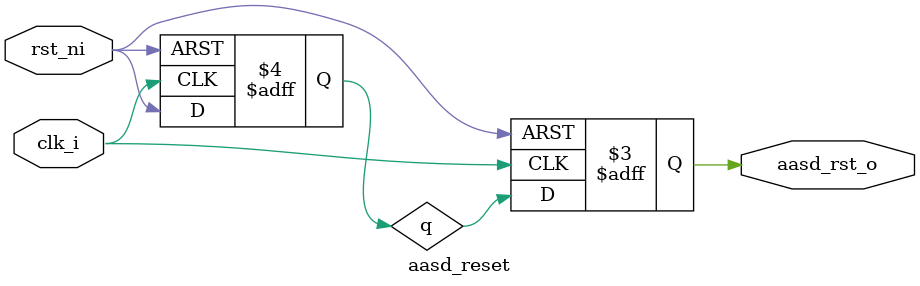
<source format=v>
`timescale 1ns/100ps

module aasd_reset (
    input           rst_ni,
    input           clk_i,
    output reg      aasd_rst_o
);
    reg q;
    always @ (posedge clk_i or negedge rst_ni) begin
        if (!rst_ni) begin
            aasd_rst_o <= 0;
            q <= 0;
        end else begin
            q <= rst_ni;
            aasd_rst_o <= q;
        end
    end
endmodule


</source>
